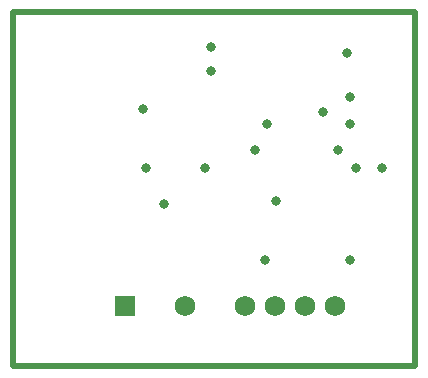
<source format=gbs>
G04*
G04 #@! TF.GenerationSoftware,Altium Limited,CircuitStudio,1.5.2 (1.5.2.30)*
G04*
G04 Layer_Color=8150272*
%FSLAX44Y44*%
%MOMM*%
G71*
G01*
G75*
%ADD20C,0.5000*%
%ADD39C,1.7272*%
%ADD40R,1.7272X1.7272*%
%ADD41C,0.8032*%
D20*
X260000Y250000D02*
X600000D01*
Y550000D01*
X260000D02*
X600000D01*
X260000Y250000D02*
Y550000D01*
D39*
X481330Y300990D02*
D03*
X455930D02*
D03*
X405130D02*
D03*
X506730D02*
D03*
X532130D02*
D03*
D40*
X354330D02*
D03*
D41*
X475000Y455000D02*
D03*
X522500Y465000D02*
D03*
X545000Y455000D02*
D03*
X535000Y432500D02*
D03*
X545000Y477500D02*
D03*
X542500Y515000D02*
D03*
X427500Y500000D02*
D03*
X465000Y432500D02*
D03*
X427500Y520000D02*
D03*
X387500Y387500D02*
D03*
X482500Y390000D02*
D03*
X372500Y417500D02*
D03*
X370000Y467500D02*
D03*
X422710Y417290D02*
D03*
X473500Y340000D02*
D03*
X572500Y418020D02*
D03*
X550000Y417500D02*
D03*
X545000Y340000D02*
D03*
M02*

</source>
